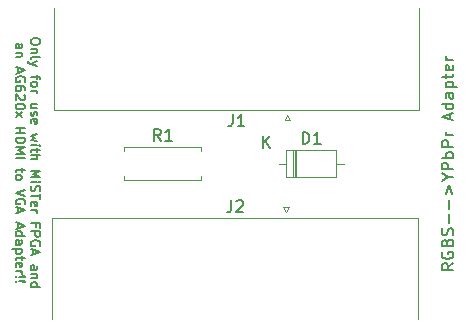
<source format=gto>
G04 #@! TF.GenerationSoftware,KiCad,Pcbnew,(6.0.2)*
G04 #@! TF.CreationDate,2022-07-31T16:50:56-06:00*
G04 #@! TF.ProjectId,ypbprSync_MiSTer,79706270-7253-4796-9e63-5f4d69535465,rev?*
G04 #@! TF.SameCoordinates,Original*
G04 #@! TF.FileFunction,Legend,Top*
G04 #@! TF.FilePolarity,Positive*
%FSLAX46Y46*%
G04 Gerber Fmt 4.6, Leading zero omitted, Abs format (unit mm)*
G04 Created by KiCad (PCBNEW (6.0.2)) date 2022-07-31 16:50:56*
%MOMM*%
%LPD*%
G01*
G04 APERTURE LIST*
%ADD10C,0.200000*%
%ADD11C,0.150000*%
%ADD12C,0.120000*%
%ADD13C,4.000000*%
%ADD14R,1.600000X1.600000*%
%ADD15C,1.600000*%
%ADD16O,1.600000X1.600000*%
G04 APERTURE END LIST*
D10*
X128362926Y-78326539D02*
X128362926Y-78478920D01*
X128324831Y-78555111D01*
X128248640Y-78631301D01*
X128096259Y-78669397D01*
X127829592Y-78669397D01*
X127677211Y-78631301D01*
X127601021Y-78555111D01*
X127562926Y-78478920D01*
X127562926Y-78326539D01*
X127601021Y-78250349D01*
X127677211Y-78174158D01*
X127829592Y-78136063D01*
X128096259Y-78136063D01*
X128248640Y-78174158D01*
X128324831Y-78250349D01*
X128362926Y-78326539D01*
X128096259Y-79012254D02*
X127562926Y-79012254D01*
X128020069Y-79012254D02*
X128058164Y-79050349D01*
X128096259Y-79126539D01*
X128096259Y-79240825D01*
X128058164Y-79317016D01*
X127981973Y-79355111D01*
X127562926Y-79355111D01*
X127562926Y-79850349D02*
X127601021Y-79774158D01*
X127677211Y-79736063D01*
X128362926Y-79736063D01*
X128096259Y-80078920D02*
X127562926Y-80269397D01*
X128096259Y-80459873D02*
X127562926Y-80269397D01*
X127372450Y-80193206D01*
X127334354Y-80155111D01*
X127296259Y-80078920D01*
X128096259Y-81259873D02*
X128096259Y-81564635D01*
X127562926Y-81374158D02*
X128248640Y-81374158D01*
X128324831Y-81412254D01*
X128362926Y-81488444D01*
X128362926Y-81564635D01*
X127562926Y-81945587D02*
X127601021Y-81869397D01*
X127639116Y-81831301D01*
X127715307Y-81793206D01*
X127943878Y-81793206D01*
X128020069Y-81831301D01*
X128058164Y-81869397D01*
X128096259Y-81945587D01*
X128096259Y-82059873D01*
X128058164Y-82136063D01*
X128020069Y-82174158D01*
X127943878Y-82212254D01*
X127715307Y-82212254D01*
X127639116Y-82174158D01*
X127601021Y-82136063D01*
X127562926Y-82059873D01*
X127562926Y-81945587D01*
X127562926Y-82555111D02*
X128096259Y-82555111D01*
X127943878Y-82555111D02*
X128020069Y-82593206D01*
X128058164Y-82631301D01*
X128096259Y-82707492D01*
X128096259Y-82783682D01*
X128096259Y-84002730D02*
X127562926Y-84002730D01*
X128096259Y-83659873D02*
X127677211Y-83659873D01*
X127601021Y-83697968D01*
X127562926Y-83774158D01*
X127562926Y-83888444D01*
X127601021Y-83964635D01*
X127639116Y-84002730D01*
X127601021Y-84345587D02*
X127562926Y-84421777D01*
X127562926Y-84574158D01*
X127601021Y-84650349D01*
X127677211Y-84688444D01*
X127715307Y-84688444D01*
X127791497Y-84650349D01*
X127829592Y-84574158D01*
X127829592Y-84459873D01*
X127867688Y-84383682D01*
X127943878Y-84345587D01*
X127981973Y-84345587D01*
X128058164Y-84383682D01*
X128096259Y-84459873D01*
X128096259Y-84574158D01*
X128058164Y-84650349D01*
X127601021Y-85336063D02*
X127562926Y-85259873D01*
X127562926Y-85107492D01*
X127601021Y-85031301D01*
X127677211Y-84993206D01*
X127981973Y-84993206D01*
X128058164Y-85031301D01*
X128096259Y-85107492D01*
X128096259Y-85259873D01*
X128058164Y-85336063D01*
X127981973Y-85374158D01*
X127905783Y-85374158D01*
X127829592Y-84993206D01*
X128096259Y-86250349D02*
X127562926Y-86402730D01*
X127943878Y-86555111D01*
X127562926Y-86707492D01*
X128096259Y-86859873D01*
X127562926Y-87164635D02*
X128096259Y-87164635D01*
X128362926Y-87164635D02*
X128324831Y-87126539D01*
X128286735Y-87164635D01*
X128324831Y-87202730D01*
X128362926Y-87164635D01*
X128286735Y-87164635D01*
X128096259Y-87431301D02*
X128096259Y-87736063D01*
X128362926Y-87545587D02*
X127677211Y-87545587D01*
X127601021Y-87583682D01*
X127562926Y-87659873D01*
X127562926Y-87736063D01*
X127562926Y-88002730D02*
X128362926Y-88002730D01*
X127562926Y-88345587D02*
X127981973Y-88345587D01*
X128058164Y-88307492D01*
X128096259Y-88231301D01*
X128096259Y-88117016D01*
X128058164Y-88040825D01*
X128020069Y-88002730D01*
X127562926Y-89336063D02*
X128362926Y-89336063D01*
X127791497Y-89602730D01*
X128362926Y-89869397D01*
X127562926Y-89869397D01*
X127562926Y-90250349D02*
X128096259Y-90250349D01*
X128362926Y-90250349D02*
X128324831Y-90212254D01*
X128286735Y-90250349D01*
X128324831Y-90288444D01*
X128362926Y-90250349D01*
X128286735Y-90250349D01*
X127601021Y-90593206D02*
X127562926Y-90707492D01*
X127562926Y-90897968D01*
X127601021Y-90974158D01*
X127639116Y-91012254D01*
X127715307Y-91050349D01*
X127791497Y-91050349D01*
X127867688Y-91012254D01*
X127905783Y-90974158D01*
X127943878Y-90897968D01*
X127981973Y-90745587D01*
X128020069Y-90669397D01*
X128058164Y-90631301D01*
X128134354Y-90593206D01*
X128210545Y-90593206D01*
X128286735Y-90631301D01*
X128324831Y-90669397D01*
X128362926Y-90745587D01*
X128362926Y-90936063D01*
X128324831Y-91050349D01*
X128362926Y-91278920D02*
X128362926Y-91736063D01*
X127562926Y-91507492D02*
X128362926Y-91507492D01*
X127601021Y-92307492D02*
X127562926Y-92231301D01*
X127562926Y-92078920D01*
X127601021Y-92002730D01*
X127677211Y-91964635D01*
X127981973Y-91964635D01*
X128058164Y-92002730D01*
X128096259Y-92078920D01*
X128096259Y-92231301D01*
X128058164Y-92307492D01*
X127981973Y-92345587D01*
X127905783Y-92345587D01*
X127829592Y-91964635D01*
X127562926Y-92688444D02*
X128096259Y-92688444D01*
X127943878Y-92688444D02*
X128020069Y-92726539D01*
X128058164Y-92764635D01*
X128096259Y-92840825D01*
X128096259Y-92917016D01*
X127981973Y-94059873D02*
X127981973Y-93793206D01*
X127562926Y-93793206D02*
X128362926Y-93793206D01*
X128362926Y-94174158D01*
X127562926Y-94478920D02*
X128362926Y-94478920D01*
X128362926Y-94783682D01*
X128324831Y-94859873D01*
X128286735Y-94897968D01*
X128210545Y-94936063D01*
X128096259Y-94936063D01*
X128020069Y-94897968D01*
X127981973Y-94859873D01*
X127943878Y-94783682D01*
X127943878Y-94478920D01*
X128324831Y-95697968D02*
X128362926Y-95621777D01*
X128362926Y-95507492D01*
X128324831Y-95393206D01*
X128248640Y-95317016D01*
X128172450Y-95278920D01*
X128020069Y-95240825D01*
X127905783Y-95240825D01*
X127753402Y-95278920D01*
X127677211Y-95317016D01*
X127601021Y-95393206D01*
X127562926Y-95507492D01*
X127562926Y-95583682D01*
X127601021Y-95697968D01*
X127639116Y-95736063D01*
X127905783Y-95736063D01*
X127905783Y-95583682D01*
X127791497Y-96040825D02*
X127791497Y-96421777D01*
X127562926Y-95964635D02*
X128362926Y-96231301D01*
X127562926Y-96497968D01*
X127562926Y-97717016D02*
X127981973Y-97717016D01*
X128058164Y-97678920D01*
X128096259Y-97602730D01*
X128096259Y-97450349D01*
X128058164Y-97374158D01*
X127601021Y-97717016D02*
X127562926Y-97640825D01*
X127562926Y-97450349D01*
X127601021Y-97374158D01*
X127677211Y-97336063D01*
X127753402Y-97336063D01*
X127829592Y-97374158D01*
X127867688Y-97450349D01*
X127867688Y-97640825D01*
X127905783Y-97717016D01*
X128096259Y-98097968D02*
X127562926Y-98097968D01*
X128020069Y-98097968D02*
X128058164Y-98136063D01*
X128096259Y-98212254D01*
X128096259Y-98326539D01*
X128058164Y-98402730D01*
X127981973Y-98440825D01*
X127562926Y-98440825D01*
X127562926Y-99164635D02*
X128362926Y-99164635D01*
X127601021Y-99164635D02*
X127562926Y-99088444D01*
X127562926Y-98936063D01*
X127601021Y-98859873D01*
X127639116Y-98821777D01*
X127715307Y-98783682D01*
X127943878Y-98783682D01*
X128020069Y-98821777D01*
X128058164Y-98859873D01*
X128096259Y-98936063D01*
X128096259Y-99088444D01*
X128058164Y-99164635D01*
X126274926Y-78974158D02*
X126693973Y-78974158D01*
X126770164Y-78936063D01*
X126808259Y-78859873D01*
X126808259Y-78707492D01*
X126770164Y-78631301D01*
X126313021Y-78974158D02*
X126274926Y-78897968D01*
X126274926Y-78707492D01*
X126313021Y-78631301D01*
X126389211Y-78593206D01*
X126465402Y-78593206D01*
X126541592Y-78631301D01*
X126579688Y-78707492D01*
X126579688Y-78897968D01*
X126617783Y-78974158D01*
X126808259Y-79355111D02*
X126274926Y-79355111D01*
X126732069Y-79355111D02*
X126770164Y-79393206D01*
X126808259Y-79469397D01*
X126808259Y-79583682D01*
X126770164Y-79659873D01*
X126693973Y-79697968D01*
X126274926Y-79697968D01*
X126503497Y-80650349D02*
X126503497Y-81031301D01*
X126274926Y-80574158D02*
X127074926Y-80840825D01*
X126274926Y-81107492D01*
X127036831Y-81793206D02*
X127074926Y-81717016D01*
X127074926Y-81602730D01*
X127036831Y-81488444D01*
X126960640Y-81412254D01*
X126884450Y-81374158D01*
X126732069Y-81336063D01*
X126617783Y-81336063D01*
X126465402Y-81374158D01*
X126389211Y-81412254D01*
X126313021Y-81488444D01*
X126274926Y-81602730D01*
X126274926Y-81678920D01*
X126313021Y-81793206D01*
X126351116Y-81831301D01*
X126617783Y-81831301D01*
X126617783Y-81678920D01*
X127074926Y-82517016D02*
X127074926Y-82364635D01*
X127036831Y-82288444D01*
X126998735Y-82250349D01*
X126884450Y-82174158D01*
X126732069Y-82136063D01*
X126427307Y-82136063D01*
X126351116Y-82174158D01*
X126313021Y-82212254D01*
X126274926Y-82288444D01*
X126274926Y-82440825D01*
X126313021Y-82517016D01*
X126351116Y-82555111D01*
X126427307Y-82593206D01*
X126617783Y-82593206D01*
X126693973Y-82555111D01*
X126732069Y-82517016D01*
X126770164Y-82440825D01*
X126770164Y-82288444D01*
X126732069Y-82212254D01*
X126693973Y-82174158D01*
X126617783Y-82136063D01*
X126998735Y-82897968D02*
X127036831Y-82936063D01*
X127074926Y-83012254D01*
X127074926Y-83202730D01*
X127036831Y-83278920D01*
X126998735Y-83317016D01*
X126922545Y-83355111D01*
X126846354Y-83355111D01*
X126732069Y-83317016D01*
X126274926Y-82859873D01*
X126274926Y-83355111D01*
X127074926Y-83850349D02*
X127074926Y-83926539D01*
X127036831Y-84002730D01*
X126998735Y-84040825D01*
X126922545Y-84078920D01*
X126770164Y-84117016D01*
X126579688Y-84117016D01*
X126427307Y-84078920D01*
X126351116Y-84040825D01*
X126313021Y-84002730D01*
X126274926Y-83926539D01*
X126274926Y-83850349D01*
X126313021Y-83774158D01*
X126351116Y-83736063D01*
X126427307Y-83697968D01*
X126579688Y-83659873D01*
X126770164Y-83659873D01*
X126922545Y-83697968D01*
X126998735Y-83736063D01*
X127036831Y-83774158D01*
X127074926Y-83850349D01*
X126274926Y-84383682D02*
X126808259Y-84802730D01*
X126808259Y-84383682D02*
X126274926Y-84802730D01*
X126274926Y-85717016D02*
X127074926Y-85717016D01*
X126693973Y-85717016D02*
X126693973Y-86174158D01*
X126274926Y-86174158D02*
X127074926Y-86174158D01*
X126274926Y-86555111D02*
X127074926Y-86555111D01*
X127074926Y-86745587D01*
X127036831Y-86859873D01*
X126960640Y-86936063D01*
X126884450Y-86974158D01*
X126732069Y-87012254D01*
X126617783Y-87012254D01*
X126465402Y-86974158D01*
X126389211Y-86936063D01*
X126313021Y-86859873D01*
X126274926Y-86745587D01*
X126274926Y-86555111D01*
X126274926Y-87355111D02*
X127074926Y-87355111D01*
X126503497Y-87621777D01*
X127074926Y-87888444D01*
X126274926Y-87888444D01*
X126274926Y-88269397D02*
X127074926Y-88269397D01*
X126808259Y-89145587D02*
X126808259Y-89450349D01*
X127074926Y-89259873D02*
X126389211Y-89259873D01*
X126313021Y-89297968D01*
X126274926Y-89374158D01*
X126274926Y-89450349D01*
X126274926Y-89831301D02*
X126313021Y-89755111D01*
X126351116Y-89717016D01*
X126427307Y-89678920D01*
X126655878Y-89678920D01*
X126732069Y-89717016D01*
X126770164Y-89755111D01*
X126808259Y-89831301D01*
X126808259Y-89945587D01*
X126770164Y-90021777D01*
X126732069Y-90059873D01*
X126655878Y-90097968D01*
X126427307Y-90097968D01*
X126351116Y-90059873D01*
X126313021Y-90021777D01*
X126274926Y-89945587D01*
X126274926Y-89831301D01*
X127074926Y-90936063D02*
X126274926Y-91202730D01*
X127074926Y-91469397D01*
X127036831Y-92155111D02*
X127074926Y-92078920D01*
X127074926Y-91964635D01*
X127036831Y-91850349D01*
X126960640Y-91774158D01*
X126884450Y-91736063D01*
X126732069Y-91697968D01*
X126617783Y-91697968D01*
X126465402Y-91736063D01*
X126389211Y-91774158D01*
X126313021Y-91850349D01*
X126274926Y-91964635D01*
X126274926Y-92040825D01*
X126313021Y-92155111D01*
X126351116Y-92193206D01*
X126617783Y-92193206D01*
X126617783Y-92040825D01*
X126503497Y-92497968D02*
X126503497Y-92878920D01*
X126274926Y-92421777D02*
X127074926Y-92688444D01*
X126274926Y-92955111D01*
X126503497Y-93793206D02*
X126503497Y-94174158D01*
X126274926Y-93717016D02*
X127074926Y-93983682D01*
X126274926Y-94250349D01*
X126274926Y-94859873D02*
X127074926Y-94859873D01*
X126313021Y-94859873D02*
X126274926Y-94783682D01*
X126274926Y-94631301D01*
X126313021Y-94555111D01*
X126351116Y-94517016D01*
X126427307Y-94478920D01*
X126655878Y-94478920D01*
X126732069Y-94517016D01*
X126770164Y-94555111D01*
X126808259Y-94631301D01*
X126808259Y-94783682D01*
X126770164Y-94859873D01*
X126274926Y-95583682D02*
X126693973Y-95583682D01*
X126770164Y-95545587D01*
X126808259Y-95469397D01*
X126808259Y-95317016D01*
X126770164Y-95240825D01*
X126313021Y-95583682D02*
X126274926Y-95507492D01*
X126274926Y-95317016D01*
X126313021Y-95240825D01*
X126389211Y-95202730D01*
X126465402Y-95202730D01*
X126541592Y-95240825D01*
X126579688Y-95317016D01*
X126579688Y-95507492D01*
X126617783Y-95583682D01*
X126808259Y-95964635D02*
X126008259Y-95964635D01*
X126770164Y-95964635D02*
X126808259Y-96040825D01*
X126808259Y-96193206D01*
X126770164Y-96269397D01*
X126732069Y-96307492D01*
X126655878Y-96345587D01*
X126427307Y-96345587D01*
X126351116Y-96307492D01*
X126313021Y-96269397D01*
X126274926Y-96193206D01*
X126274926Y-96040825D01*
X126313021Y-95964635D01*
X126808259Y-96574158D02*
X126808259Y-96878920D01*
X127074926Y-96688444D02*
X126389211Y-96688444D01*
X126313021Y-96726539D01*
X126274926Y-96802730D01*
X126274926Y-96878920D01*
X126313021Y-97450349D02*
X126274926Y-97374158D01*
X126274926Y-97221777D01*
X126313021Y-97145587D01*
X126389211Y-97107492D01*
X126693973Y-97107492D01*
X126770164Y-97145587D01*
X126808259Y-97221777D01*
X126808259Y-97374158D01*
X126770164Y-97450349D01*
X126693973Y-97488444D01*
X126617783Y-97488444D01*
X126541592Y-97107492D01*
X126274926Y-97831301D02*
X126808259Y-97831301D01*
X126655878Y-97831301D02*
X126732069Y-97869397D01*
X126770164Y-97907492D01*
X126808259Y-97983682D01*
X126808259Y-98059873D01*
X126351116Y-98326539D02*
X126313021Y-98364635D01*
X126274926Y-98326539D01*
X126313021Y-98288444D01*
X126351116Y-98326539D01*
X126274926Y-98326539D01*
X126579688Y-98326539D02*
X127036831Y-98288444D01*
X127074926Y-98326539D01*
X127036831Y-98364635D01*
X126579688Y-98326539D01*
X127074926Y-98326539D01*
X126351116Y-98707492D02*
X126313021Y-98745587D01*
X126274926Y-98707492D01*
X126313021Y-98669397D01*
X126351116Y-98707492D01*
X126274926Y-98707492D01*
X126579688Y-98707492D02*
X127036831Y-98669397D01*
X127074926Y-98707492D01*
X127036831Y-98745587D01*
X126579688Y-98707492D01*
X127074926Y-98707492D01*
X163352410Y-97176512D02*
X162876220Y-97509846D01*
X163352410Y-97747941D02*
X162352410Y-97747941D01*
X162352410Y-97366989D01*
X162400030Y-97271751D01*
X162447649Y-97224131D01*
X162542887Y-97176512D01*
X162685744Y-97176512D01*
X162780982Y-97224131D01*
X162828601Y-97271751D01*
X162876220Y-97366989D01*
X162876220Y-97747941D01*
X162400030Y-96224131D02*
X162352410Y-96319370D01*
X162352410Y-96462227D01*
X162400030Y-96605084D01*
X162495268Y-96700322D01*
X162590506Y-96747941D01*
X162780982Y-96795560D01*
X162923839Y-96795560D01*
X163114315Y-96747941D01*
X163209553Y-96700322D01*
X163304791Y-96605084D01*
X163352410Y-96462227D01*
X163352410Y-96366989D01*
X163304791Y-96224131D01*
X163257172Y-96176512D01*
X162923839Y-96176512D01*
X162923839Y-96366989D01*
X162828601Y-95414608D02*
X162876220Y-95271751D01*
X162923839Y-95224131D01*
X163019077Y-95176512D01*
X163161934Y-95176512D01*
X163257172Y-95224131D01*
X163304791Y-95271751D01*
X163352410Y-95366989D01*
X163352410Y-95747941D01*
X162352410Y-95747941D01*
X162352410Y-95414608D01*
X162400030Y-95319370D01*
X162447649Y-95271751D01*
X162542887Y-95224131D01*
X162638125Y-95224131D01*
X162733363Y-95271751D01*
X162780982Y-95319370D01*
X162828601Y-95414608D01*
X162828601Y-95747941D01*
X163304791Y-94795560D02*
X163352410Y-94652703D01*
X163352410Y-94414608D01*
X163304791Y-94319370D01*
X163257172Y-94271751D01*
X163161934Y-94224131D01*
X163066696Y-94224131D01*
X162971458Y-94271751D01*
X162923839Y-94319370D01*
X162876220Y-94414608D01*
X162828601Y-94605084D01*
X162780982Y-94700322D01*
X162733363Y-94747941D01*
X162638125Y-94795560D01*
X162542887Y-94795560D01*
X162447649Y-94747941D01*
X162400030Y-94700322D01*
X162352410Y-94605084D01*
X162352410Y-94366989D01*
X162400030Y-94224131D01*
X162971458Y-93795560D02*
X162971458Y-93033655D01*
X162971458Y-92557465D02*
X162971458Y-91795560D01*
X162685744Y-91319370D02*
X162971458Y-90557465D01*
X163257172Y-91319370D01*
X162876220Y-89890798D02*
X163352410Y-89890798D01*
X162352410Y-90224131D02*
X162876220Y-89890798D01*
X162352410Y-89557465D01*
X163352410Y-89224131D02*
X162352410Y-89224131D01*
X162352410Y-88843179D01*
X162400030Y-88747941D01*
X162447649Y-88700322D01*
X162542887Y-88652703D01*
X162685744Y-88652703D01*
X162780982Y-88700322D01*
X162828601Y-88747941D01*
X162876220Y-88843179D01*
X162876220Y-89224131D01*
X163352410Y-88224131D02*
X162352410Y-88224131D01*
X162733363Y-88224131D02*
X162685744Y-88128893D01*
X162685744Y-87938417D01*
X162733363Y-87843179D01*
X162780982Y-87795560D01*
X162876220Y-87747941D01*
X163161934Y-87747941D01*
X163257172Y-87795560D01*
X163304791Y-87843179D01*
X163352410Y-87938417D01*
X163352410Y-88128893D01*
X163304791Y-88224131D01*
X163352410Y-87319370D02*
X162352410Y-87319370D01*
X162352410Y-86938417D01*
X162400030Y-86843179D01*
X162447649Y-86795560D01*
X162542887Y-86747941D01*
X162685744Y-86747941D01*
X162780982Y-86795560D01*
X162828601Y-86843179D01*
X162876220Y-86938417D01*
X162876220Y-87319370D01*
X163352410Y-86319370D02*
X162685744Y-86319370D01*
X162876220Y-86319370D02*
X162780982Y-86271751D01*
X162733363Y-86224131D01*
X162685744Y-86128893D01*
X162685744Y-86033655D01*
X163066696Y-84986036D02*
X163066696Y-84509846D01*
X163352410Y-85081274D02*
X162352410Y-84747941D01*
X163352410Y-84414608D01*
X163352410Y-83652703D02*
X162352410Y-83652703D01*
X163304791Y-83652703D02*
X163352410Y-83747941D01*
X163352410Y-83938417D01*
X163304791Y-84033655D01*
X163257172Y-84081274D01*
X163161934Y-84128893D01*
X162876220Y-84128893D01*
X162780982Y-84081274D01*
X162733363Y-84033655D01*
X162685744Y-83938417D01*
X162685744Y-83747941D01*
X162733363Y-83652703D01*
X163352410Y-82747941D02*
X162828601Y-82747941D01*
X162733363Y-82795560D01*
X162685744Y-82890798D01*
X162685744Y-83081274D01*
X162733363Y-83176512D01*
X163304791Y-82747941D02*
X163352410Y-82843179D01*
X163352410Y-83081274D01*
X163304791Y-83176512D01*
X163209553Y-83224131D01*
X163114315Y-83224131D01*
X163019077Y-83176512D01*
X162971458Y-83081274D01*
X162971458Y-82843179D01*
X162923839Y-82747941D01*
X162685744Y-82271751D02*
X163685744Y-82271751D01*
X162733363Y-82271751D02*
X162685744Y-82176512D01*
X162685744Y-81986036D01*
X162733363Y-81890798D01*
X162780982Y-81843179D01*
X162876220Y-81795560D01*
X163161934Y-81795560D01*
X163257172Y-81843179D01*
X163304791Y-81890798D01*
X163352410Y-81986036D01*
X163352410Y-82176512D01*
X163304791Y-82271751D01*
X162685744Y-81509846D02*
X162685744Y-81128893D01*
X162352410Y-81366989D02*
X163209553Y-81366989D01*
X163304791Y-81319370D01*
X163352410Y-81224131D01*
X163352410Y-81128893D01*
X163304791Y-80414608D02*
X163352410Y-80509846D01*
X163352410Y-80700322D01*
X163304791Y-80795560D01*
X163209553Y-80843179D01*
X162828601Y-80843179D01*
X162733363Y-80795560D01*
X162685744Y-80700322D01*
X162685744Y-80509846D01*
X162733363Y-80414608D01*
X162828601Y-80366989D01*
X162923839Y-80366989D01*
X163019077Y-80843179D01*
X163352410Y-79938417D02*
X162685744Y-79938417D01*
X162876220Y-79938417D02*
X162780982Y-79890798D01*
X162733363Y-79843179D01*
X162685744Y-79747941D01*
X162685744Y-79652703D01*
D11*
X144651666Y-84562380D02*
X144651666Y-85276666D01*
X144604047Y-85419523D01*
X144508809Y-85514761D01*
X144365952Y-85562380D01*
X144270714Y-85562380D01*
X145651666Y-85562380D02*
X145080238Y-85562380D01*
X145365952Y-85562380D02*
X145365952Y-84562380D01*
X145270714Y-84705238D01*
X145175476Y-84800476D01*
X145080238Y-84848095D01*
X144542666Y-91842380D02*
X144542666Y-92556666D01*
X144495047Y-92699523D01*
X144399809Y-92794761D01*
X144256952Y-92842380D01*
X144161714Y-92842380D01*
X144971238Y-91937619D02*
X145018857Y-91890000D01*
X145114095Y-91842380D01*
X145352190Y-91842380D01*
X145447428Y-91890000D01*
X145495047Y-91937619D01*
X145542666Y-92032857D01*
X145542666Y-92128095D01*
X145495047Y-92270952D01*
X144923619Y-92842380D01*
X145542666Y-92842380D01*
X138561581Y-86802954D02*
X138228248Y-86326764D01*
X137990152Y-86802954D02*
X137990152Y-85802954D01*
X138371105Y-85802954D01*
X138466343Y-85850574D01*
X138513962Y-85898193D01*
X138561581Y-85993431D01*
X138561581Y-86136288D01*
X138513962Y-86231526D01*
X138466343Y-86279145D01*
X138371105Y-86326764D01*
X137990152Y-86326764D01*
X139513962Y-86802954D02*
X138942533Y-86802954D01*
X139228248Y-86802954D02*
X139228248Y-85802954D01*
X139133009Y-85945812D01*
X139037771Y-86041050D01*
X138942533Y-86088669D01*
X150581556Y-87060628D02*
X150581556Y-86060628D01*
X150819652Y-86060628D01*
X150962509Y-86108248D01*
X151057747Y-86203486D01*
X151105366Y-86298724D01*
X151152985Y-86489200D01*
X151152985Y-86632057D01*
X151105366Y-86822533D01*
X151057747Y-86917771D01*
X150962509Y-87013009D01*
X150819652Y-87060628D01*
X150581556Y-87060628D01*
X152105366Y-87060628D02*
X151533937Y-87060628D01*
X151819652Y-87060628D02*
X151819652Y-86060628D01*
X151724413Y-86203486D01*
X151629175Y-86298724D01*
X151533937Y-86346343D01*
X147247747Y-87380628D02*
X147247747Y-86380628D01*
X147819175Y-87380628D02*
X147390604Y-86809200D01*
X147819175Y-86380628D02*
X147247747Y-86952057D01*
D12*
X149300000Y-84631325D02*
X149550000Y-85064338D01*
X129500000Y-84170000D02*
X129500000Y-75570000D01*
X149550000Y-85064338D02*
X149050000Y-85064338D01*
X160470000Y-84170000D02*
X129500000Y-84170000D01*
X149050000Y-85064338D02*
X149300000Y-84631325D01*
X160470000Y-75570000D02*
X160470000Y-84170000D01*
X149441000Y-92435662D02*
X149191000Y-92868675D01*
X148941000Y-92435662D02*
X149441000Y-92435662D01*
X149191000Y-92868675D02*
X148941000Y-92435662D01*
X129391000Y-101930000D02*
X129391000Y-93330000D01*
X160361000Y-93330000D02*
X160361000Y-101930000D01*
X129391000Y-93330000D02*
X160361000Y-93330000D01*
X141998248Y-90090574D02*
X141998248Y-89760574D01*
X135458248Y-87350574D02*
X141998248Y-87350574D01*
X135458248Y-90090574D02*
X141998248Y-90090574D01*
X135458248Y-89760574D02*
X135458248Y-90090574D01*
X135458248Y-87680574D02*
X135458248Y-87350574D01*
X141998248Y-87350574D02*
X141998248Y-87680574D01*
X153439652Y-87608248D02*
X149199652Y-87608248D01*
X149919652Y-87608248D02*
X149919652Y-89848248D01*
X149799652Y-87608248D02*
X149799652Y-89848248D01*
X153439652Y-89848248D02*
X153439652Y-87608248D01*
X150039652Y-87608248D02*
X150039652Y-89848248D01*
X148549652Y-88728248D02*
X149199652Y-88728248D01*
X149199652Y-87608248D02*
X149199652Y-89848248D01*
X149199652Y-89848248D02*
X153439652Y-89848248D01*
X154089652Y-88728248D02*
X153439652Y-88728248D01*
%LPC*%
D13*
X157485000Y-80450000D03*
X132485000Y-80450000D03*
D14*
X149300000Y-82500000D03*
D15*
X147010000Y-82500000D03*
X144720000Y-82500000D03*
X142430000Y-82500000D03*
X140140000Y-82500000D03*
X150445000Y-80520000D03*
X148155000Y-80520000D03*
X145865000Y-80520000D03*
X143575000Y-80520000D03*
X141285000Y-80520000D03*
X149300000Y-78540000D03*
X147010000Y-78540000D03*
X144720000Y-78540000D03*
X142430000Y-78540000D03*
X140140000Y-78540000D03*
D13*
X157376000Y-97050000D03*
X132376000Y-97050000D03*
D14*
X149191000Y-95000000D03*
D15*
X146901000Y-95000000D03*
X144611000Y-95000000D03*
X142321000Y-95000000D03*
X140031000Y-95000000D03*
X150336000Y-96980000D03*
X148046000Y-96980000D03*
X145756000Y-96980000D03*
X143466000Y-96980000D03*
X141176000Y-96980000D03*
X149191000Y-98960000D03*
X146901000Y-98960000D03*
X144611000Y-98960000D03*
X142321000Y-98960000D03*
X140031000Y-98960000D03*
X134918248Y-88720574D03*
D16*
X142538248Y-88720574D03*
D14*
X147509652Y-88728248D03*
D16*
X155129652Y-88728248D03*
M02*

</source>
